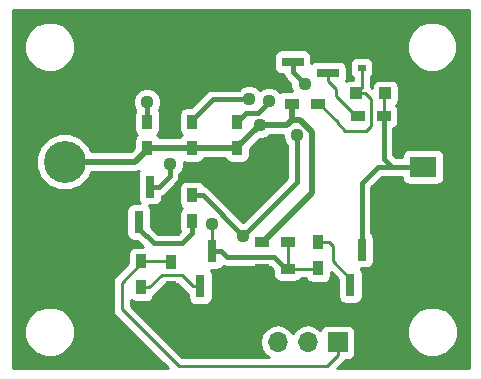
<source format=gtl>
G04 #@! TF.FileFunction,Copper,L1,Top,Signal*
%FSLAX46Y46*%
G04 Gerber Fmt 4.6, Leading zero omitted, Abs format (unit mm)*
G04 Created by KiCad (PCBNEW 4.0.7) date 02/24/18 20:28:21*
%MOMM*%
%LPD*%
G01*
G04 APERTURE LIST*
%ADD10C,0.100000*%
%ADD11R,0.900000X1.200000*%
%ADD12R,0.700000X0.600000*%
%ADD13R,1.000000X1.000000*%
%ADD14R,1.700000X1.700000*%
%ADD15O,1.700000X1.700000*%
%ADD16R,2.286000X1.778000*%
%ADD17C,3.556000*%
%ADD18R,1.200000X0.900000*%
%ADD19R,0.800000X1.900000*%
%ADD20R,1.900000X0.800000*%
%ADD21C,1.117600*%
%ADD22C,0.508000*%
%ADD23C,0.381000*%
%ADD24C,0.254000*%
G04 APERTURE END LIST*
D10*
D11*
X151257000Y-129921000D03*
X151257000Y-132121000D03*
D12*
X169926000Y-112138000D03*
X169926000Y-113538000D03*
D13*
X171938000Y-115697000D03*
X169438000Y-115697000D03*
D14*
X167894000Y-136779000D03*
D15*
X165354000Y-136779000D03*
X162814000Y-136779000D03*
D16*
X175133000Y-124460000D03*
X175133000Y-121920000D03*
D17*
X144780000Y-126619000D03*
X144780000Y-121488200D03*
D11*
X153797000Y-129964000D03*
X153797000Y-132164000D03*
D18*
X161460000Y-128270000D03*
X163660000Y-128270000D03*
X163660000Y-130556000D03*
X161460000Y-130556000D03*
D11*
X166243000Y-130513000D03*
X166243000Y-128313000D03*
D18*
X166200000Y-116586000D03*
X164000000Y-116586000D03*
D11*
X151765000Y-118110000D03*
X151765000Y-120310000D03*
X155575000Y-118110000D03*
X155575000Y-120310000D03*
X155575000Y-126533000D03*
X155575000Y-124333000D03*
X159385000Y-118110000D03*
X159385000Y-120310000D03*
D18*
X169588000Y-117602000D03*
X171788000Y-117602000D03*
D19*
X151069000Y-126595000D03*
X152969000Y-126595000D03*
X152019000Y-123595000D03*
D20*
X167084000Y-113980000D03*
X167084000Y-112080000D03*
X164084000Y-113030000D03*
D19*
X156276000Y-132032000D03*
X158176000Y-132032000D03*
X157226000Y-129032000D03*
X168976000Y-131929000D03*
X170876000Y-131929000D03*
X169926000Y-128929000D03*
D21*
X161290000Y-118364000D03*
X153924000Y-124587000D03*
X157226000Y-126746000D03*
X159893000Y-127762000D03*
X164465000Y-119253000D03*
X151765000Y-116459000D03*
X153670000Y-121666000D03*
X160401000Y-116205000D03*
X165100000Y-114935000D03*
X162052000Y-116332000D03*
D22*
X161460000Y-128270000D02*
X161610000Y-128270000D01*
X161610000Y-128270000D02*
X165735000Y-124145000D01*
X164730866Y-117940000D02*
X164000000Y-117940000D01*
X165735000Y-124145000D02*
X165735000Y-118944134D01*
X165735000Y-118944134D02*
X164730866Y-117940000D01*
X163576000Y-118364000D02*
X164000000Y-117940000D01*
X164000000Y-117940000D02*
X164000000Y-116586000D01*
X161290000Y-118364000D02*
X163576000Y-118364000D01*
X159385000Y-120310000D02*
X159385000Y-120269000D01*
X159385000Y-120269000D02*
X161290000Y-118364000D01*
X156845000Y-120310000D02*
X159385000Y-120310000D01*
X155575000Y-120310000D02*
X156845000Y-120310000D01*
X151765000Y-120310000D02*
X155575000Y-120310000D01*
X144780000Y-121488200D02*
X150736800Y-121488200D01*
X150736800Y-121488200D02*
X151765000Y-120460000D01*
X151765000Y-120460000D02*
X151765000Y-120310000D01*
D23*
X152969000Y-126595000D02*
X152969000Y-125542000D01*
X152969000Y-125542000D02*
X153924000Y-124587000D01*
X152969000Y-126595000D02*
X152969000Y-125034000D01*
D24*
X169438000Y-115697000D02*
X170205400Y-115697000D01*
X166350000Y-116586000D02*
X166200000Y-116586000D01*
X170205400Y-115697000D02*
X170688000Y-116179600D01*
X170281600Y-118872000D02*
X168554400Y-118872000D01*
X170688000Y-116179600D02*
X170688000Y-118465600D01*
X170688000Y-118465600D02*
X170281600Y-118872000D01*
X168554400Y-118872000D02*
X167894000Y-118211600D01*
X167894000Y-118211600D02*
X167894000Y-118130000D01*
X167894000Y-118130000D02*
X166350000Y-116586000D01*
X169926000Y-113538000D02*
X169926000Y-115209000D01*
X169926000Y-115209000D02*
X169438000Y-115697000D01*
X151257000Y-129921000D02*
X153754000Y-129921000D01*
X153754000Y-129921000D02*
X153797000Y-129964000D01*
X149606000Y-133985000D02*
X149606000Y-131722000D01*
X149606000Y-131722000D02*
X151257000Y-130071000D01*
X151257000Y-130071000D02*
X151257000Y-129921000D01*
X154432000Y-138811000D02*
X149606000Y-133985000D01*
X166966000Y-138811000D02*
X154432000Y-138811000D01*
X167894000Y-136779000D02*
X167894000Y-137883000D01*
X167894000Y-137883000D02*
X166966000Y-138811000D01*
X157226000Y-126746000D02*
X157226000Y-129032000D01*
D23*
X162494000Y-129540000D02*
X158515000Y-129540000D01*
X158515000Y-129540000D02*
X158007000Y-129032000D01*
X158007000Y-129032000D02*
X157226000Y-129032000D01*
X163510000Y-130556000D02*
X162494000Y-129540000D01*
D24*
X157353000Y-128905000D02*
X157226000Y-129032000D01*
X163660000Y-130556000D02*
X166200000Y-130556000D01*
X166200000Y-130556000D02*
X166243000Y-130513000D01*
X163660000Y-130556000D02*
X163660000Y-128270000D01*
X157226000Y-129032000D02*
X157880000Y-129032000D01*
X163510000Y-130556000D02*
X163660000Y-130556000D01*
X163660000Y-128270000D02*
X163810000Y-128270000D01*
D23*
X155575000Y-127508000D02*
X155575000Y-126533000D01*
X154686000Y-128397000D02*
X155575000Y-127508000D01*
X152321000Y-128397000D02*
X154686000Y-128397000D01*
X151069000Y-126595000D02*
X151069000Y-127145000D01*
X151069000Y-127145000D02*
X152321000Y-128397000D01*
D24*
X167767000Y-115317000D02*
X167767000Y-115931000D01*
X167767000Y-115931000D02*
X169438000Y-117602000D01*
X169438000Y-117602000D02*
X169588000Y-117602000D01*
X167767000Y-115317000D02*
X167084000Y-114634000D01*
X167084000Y-114634000D02*
X167084000Y-113980000D01*
D23*
X164465000Y-122936000D02*
X164465000Y-122428000D01*
X164465000Y-122428000D02*
X164465000Y-119253000D01*
X159893000Y-127762000D02*
X164465000Y-123190000D01*
X164465000Y-123190000D02*
X164465000Y-122428000D01*
X155575000Y-124333000D02*
X156464000Y-124333000D01*
X156464000Y-124333000D02*
X159893000Y-127762000D01*
X169926000Y-128929000D02*
X169926000Y-123317000D01*
X169926000Y-123317000D02*
X171323000Y-121920000D01*
X171323000Y-121920000D02*
X172466000Y-121920000D01*
X175133000Y-121920000D02*
X172466000Y-121920000D01*
D22*
X174879000Y-121920000D02*
X175133000Y-121920000D01*
D23*
X175514000Y-121920000D02*
X175260000Y-121920000D01*
X171788000Y-121242000D02*
X171788000Y-117602000D01*
X175514000Y-121920000D02*
X172466000Y-121920000D01*
X172466000Y-121920000D02*
X171788000Y-121242000D01*
D24*
X171788000Y-117602000D02*
X171788000Y-115847000D01*
X171788000Y-115847000D02*
X171938000Y-115697000D01*
D23*
X151765000Y-118110000D02*
X151765000Y-116459000D01*
X151765000Y-118110000D02*
X151765000Y-117960000D01*
X152019000Y-123595000D02*
X152800000Y-123595000D01*
X153670000Y-122725000D02*
X153670000Y-121666000D01*
X152800000Y-123595000D02*
X153670000Y-122725000D01*
X157330000Y-116205000D02*
X160401000Y-116205000D01*
X155575000Y-118110000D02*
X155575000Y-117960000D01*
X155575000Y-117960000D02*
X157330000Y-116205000D01*
X164084000Y-113030000D02*
X164084000Y-113919000D01*
X164084000Y-113919000D02*
X165100000Y-114935000D01*
X161150301Y-117360699D02*
X162052000Y-116459000D01*
X162052000Y-116459000D02*
X162052000Y-116332000D01*
X159385000Y-118110000D02*
X160134301Y-117360699D01*
X160134301Y-117360699D02*
X161150301Y-117360699D01*
D24*
X154686000Y-131064000D02*
X154686000Y-131096000D01*
X154686000Y-131096000D02*
X155622000Y-132032000D01*
X155622000Y-132032000D02*
X156276000Y-132032000D01*
X153018000Y-131064000D02*
X154686000Y-131064000D01*
X151257000Y-132121000D02*
X151961000Y-132121000D01*
X151961000Y-132121000D02*
X153018000Y-131064000D01*
X156276000Y-132032000D02*
X156276000Y-132582000D01*
X168976000Y-131929000D02*
X168976000Y-131379000D01*
X167513000Y-128651000D02*
X167175000Y-128313000D01*
X168976000Y-131379000D02*
X167513000Y-129916000D01*
X167513000Y-129916000D02*
X167513000Y-128651000D01*
X167175000Y-128313000D02*
X166243000Y-128313000D01*
G36*
X178990000Y-138990000D02*
X167864630Y-138990000D01*
X168432815Y-138421815D01*
X168529952Y-138276440D01*
X168744000Y-138276440D01*
X168979317Y-138232162D01*
X169195441Y-138093090D01*
X169340431Y-137880890D01*
X169391440Y-137629000D01*
X169391440Y-136312815D01*
X173785030Y-136312815D01*
X174109380Y-137097800D01*
X174709441Y-137698909D01*
X175493859Y-138024628D01*
X176343215Y-138025370D01*
X177128200Y-137701020D01*
X177729309Y-137100959D01*
X178055028Y-136316541D01*
X178055770Y-135467185D01*
X177731420Y-134682200D01*
X177131359Y-134081091D01*
X176346941Y-133755372D01*
X175497585Y-133754630D01*
X174712600Y-134078980D01*
X174111491Y-134679041D01*
X173785772Y-135463459D01*
X173785030Y-136312815D01*
X169391440Y-136312815D01*
X169391440Y-135929000D01*
X169347162Y-135693683D01*
X169208090Y-135477559D01*
X168995890Y-135332569D01*
X168744000Y-135281560D01*
X167044000Y-135281560D01*
X166808683Y-135325838D01*
X166592559Y-135464910D01*
X166447569Y-135677110D01*
X166433914Y-135744541D01*
X166404054Y-135699853D01*
X165922285Y-135377946D01*
X165354000Y-135264907D01*
X164785715Y-135377946D01*
X164303946Y-135699853D01*
X164084000Y-136029026D01*
X163864054Y-135699853D01*
X163382285Y-135377946D01*
X162814000Y-135264907D01*
X162245715Y-135377946D01*
X161763946Y-135699853D01*
X161442039Y-136181622D01*
X161329000Y-136749907D01*
X161329000Y-136808093D01*
X161442039Y-137376378D01*
X161763946Y-137858147D01*
X162049578Y-138049000D01*
X154747631Y-138049000D01*
X150368000Y-133669370D01*
X150368000Y-133189584D01*
X150555110Y-133317431D01*
X150807000Y-133368440D01*
X151707000Y-133368440D01*
X151942317Y-133324162D01*
X152158441Y-133185090D01*
X152303431Y-132972890D01*
X152346020Y-132762578D01*
X152499815Y-132659815D01*
X153333631Y-131826000D01*
X154338370Y-131826000D01*
X155083185Y-132570815D01*
X155228560Y-132667952D01*
X155228560Y-132982000D01*
X155272838Y-133217317D01*
X155411910Y-133433441D01*
X155624110Y-133578431D01*
X155876000Y-133629440D01*
X156676000Y-133629440D01*
X156911317Y-133585162D01*
X157127441Y-133446090D01*
X157272431Y-133233890D01*
X157323440Y-132982000D01*
X157323440Y-131082000D01*
X157279162Y-130846683D01*
X157140090Y-130630559D01*
X157138452Y-130629440D01*
X157626000Y-130629440D01*
X157861317Y-130585162D01*
X158077441Y-130446090D01*
X158182855Y-130291812D01*
X158199095Y-130302663D01*
X158515000Y-130365500D01*
X162152066Y-130365500D01*
X162412560Y-130625994D01*
X162412560Y-131006000D01*
X162456838Y-131241317D01*
X162595910Y-131457441D01*
X162808110Y-131602431D01*
X163060000Y-131653440D01*
X164260000Y-131653440D01*
X164495317Y-131609162D01*
X164711441Y-131470090D01*
X164815360Y-131318000D01*
X165184133Y-131318000D01*
X165189838Y-131348317D01*
X165328910Y-131564441D01*
X165541110Y-131709431D01*
X165793000Y-131760440D01*
X166693000Y-131760440D01*
X166928317Y-131716162D01*
X167144441Y-131577090D01*
X167289431Y-131364890D01*
X167340440Y-131113000D01*
X167340440Y-130821070D01*
X167928560Y-131409191D01*
X167928560Y-132879000D01*
X167972838Y-133114317D01*
X168111910Y-133330441D01*
X168324110Y-133475431D01*
X168576000Y-133526440D01*
X169376000Y-133526440D01*
X169611317Y-133482162D01*
X169827441Y-133343090D01*
X169972431Y-133130890D01*
X170023440Y-132879000D01*
X170023440Y-130979000D01*
X169979162Y-130743683D01*
X169840090Y-130527559D01*
X169838452Y-130526440D01*
X170326000Y-130526440D01*
X170561317Y-130482162D01*
X170777441Y-130343090D01*
X170922431Y-130130890D01*
X170973440Y-129879000D01*
X170973440Y-127979000D01*
X170929162Y-127743683D01*
X170790090Y-127527559D01*
X170751500Y-127501192D01*
X170751500Y-123658934D01*
X171664933Y-122745500D01*
X172465995Y-122745500D01*
X172466000Y-122745501D01*
X172466005Y-122745500D01*
X173342560Y-122745500D01*
X173342560Y-122809000D01*
X173386838Y-123044317D01*
X173525910Y-123260441D01*
X173738110Y-123405431D01*
X173990000Y-123456440D01*
X176276000Y-123456440D01*
X176511317Y-123412162D01*
X176727441Y-123273090D01*
X176872431Y-123060890D01*
X176923440Y-122809000D01*
X176923440Y-121031000D01*
X176879162Y-120795683D01*
X176740090Y-120579559D01*
X176527890Y-120434569D01*
X176276000Y-120383560D01*
X173990000Y-120383560D01*
X173754683Y-120427838D01*
X173538559Y-120566910D01*
X173393569Y-120779110D01*
X173342560Y-121031000D01*
X173342560Y-121094500D01*
X172807934Y-121094500D01*
X172613500Y-120900066D01*
X172613500Y-118657009D01*
X172623317Y-118655162D01*
X172839441Y-118516090D01*
X172984431Y-118303890D01*
X173035440Y-118052000D01*
X173035440Y-117152000D01*
X172991162Y-116916683D01*
X172852090Y-116700559D01*
X172840457Y-116692610D01*
X172889441Y-116661090D01*
X173034431Y-116448890D01*
X173085440Y-116197000D01*
X173085440Y-115197000D01*
X173041162Y-114961683D01*
X172902090Y-114745559D01*
X172689890Y-114600569D01*
X172438000Y-114549560D01*
X171438000Y-114549560D01*
X171202683Y-114593838D01*
X170986559Y-114732910D01*
X170841569Y-114945110D01*
X170790560Y-115197000D01*
X170790560Y-115204530D01*
X170744215Y-115158185D01*
X170688000Y-115120623D01*
X170688000Y-114327470D01*
X170727441Y-114302090D01*
X170872431Y-114089890D01*
X170923440Y-113838000D01*
X170923440Y-113238000D01*
X170879162Y-113002683D01*
X170740090Y-112786559D01*
X170527890Y-112641569D01*
X170276000Y-112590560D01*
X169576000Y-112590560D01*
X169340683Y-112634838D01*
X169124559Y-112773910D01*
X168979569Y-112986110D01*
X168928560Y-113238000D01*
X168928560Y-113838000D01*
X168972838Y-114073317D01*
X169111910Y-114289441D01*
X169164000Y-114325033D01*
X169164000Y-114549560D01*
X168938000Y-114549560D01*
X168702683Y-114593838D01*
X168620138Y-114646954D01*
X168630431Y-114631890D01*
X168681440Y-114380000D01*
X168681440Y-113580000D01*
X168637162Y-113344683D01*
X168498090Y-113128559D01*
X168285890Y-112983569D01*
X168034000Y-112932560D01*
X166134000Y-112932560D01*
X165898683Y-112976838D01*
X165682559Y-113115910D01*
X165681440Y-113117548D01*
X165681440Y-112630000D01*
X165637162Y-112394683D01*
X165500829Y-112182815D01*
X173759630Y-112182815D01*
X174083980Y-112967800D01*
X174684041Y-113568909D01*
X175468459Y-113894628D01*
X176317815Y-113895370D01*
X177102800Y-113571020D01*
X177703909Y-112970959D01*
X178029628Y-112186541D01*
X178030370Y-111337185D01*
X177706020Y-110552200D01*
X177105959Y-109951091D01*
X176321541Y-109625372D01*
X175472185Y-109624630D01*
X174687200Y-109948980D01*
X174086091Y-110549041D01*
X173760372Y-111333459D01*
X173759630Y-112182815D01*
X165500829Y-112182815D01*
X165498090Y-112178559D01*
X165285890Y-112033569D01*
X165034000Y-111982560D01*
X163134000Y-111982560D01*
X162898683Y-112026838D01*
X162682559Y-112165910D01*
X162537569Y-112378110D01*
X162486560Y-112630000D01*
X162486560Y-113430000D01*
X162530838Y-113665317D01*
X162669910Y-113881441D01*
X162882110Y-114026431D01*
X163134000Y-114077440D01*
X163290015Y-114077440D01*
X163321337Y-114234906D01*
X163500283Y-114502717D01*
X163906223Y-114908657D01*
X163905993Y-115171420D01*
X164037032Y-115488560D01*
X163400000Y-115488560D01*
X163164683Y-115532838D01*
X163028517Y-115620459D01*
X162729116Y-115320536D01*
X162290503Y-115138408D01*
X161815580Y-115137993D01*
X161376650Y-115319355D01*
X161290032Y-115405822D01*
X161078116Y-115193536D01*
X160639503Y-115011408D01*
X160164580Y-115010993D01*
X159725650Y-115192355D01*
X159538179Y-115379500D01*
X157330005Y-115379500D01*
X157330000Y-115379499D01*
X157014095Y-115442337D01*
X156746283Y-115621283D01*
X155505006Y-116862560D01*
X155125000Y-116862560D01*
X154889683Y-116906838D01*
X154673559Y-117045910D01*
X154528569Y-117258110D01*
X154477560Y-117510000D01*
X154477560Y-118710000D01*
X154521838Y-118945317D01*
X154660910Y-119161441D01*
X154730711Y-119209134D01*
X154673559Y-119245910D01*
X154553925Y-119421000D01*
X152783618Y-119421000D01*
X152679090Y-119258559D01*
X152609289Y-119210866D01*
X152666441Y-119174090D01*
X152811431Y-118961890D01*
X152862440Y-118710000D01*
X152862440Y-117510000D01*
X152818162Y-117274683D01*
X152747562Y-117164968D01*
X152776464Y-117136116D01*
X152958592Y-116697503D01*
X152959007Y-116222580D01*
X152777645Y-115783650D01*
X152442116Y-115447536D01*
X152003503Y-115265408D01*
X151528580Y-115264993D01*
X151089650Y-115446355D01*
X150753536Y-115781884D01*
X150571408Y-116220497D01*
X150570993Y-116695420D01*
X150752355Y-117134350D01*
X150782498Y-117164546D01*
X150718569Y-117258110D01*
X150667560Y-117510000D01*
X150667560Y-118710000D01*
X150711838Y-118945317D01*
X150850910Y-119161441D01*
X150920711Y-119209134D01*
X150863559Y-119245910D01*
X150718569Y-119458110D01*
X150667560Y-119710000D01*
X150667560Y-120300204D01*
X150368564Y-120599200D01*
X147023542Y-120599200D01*
X146826834Y-120123131D01*
X146148639Y-119443751D01*
X145262081Y-119075620D01*
X144302130Y-119074783D01*
X143414931Y-119441366D01*
X142735551Y-120119561D01*
X142367420Y-121006119D01*
X142366583Y-121966070D01*
X142733166Y-122853269D01*
X143411361Y-123532649D01*
X144297919Y-123900780D01*
X145257870Y-123901617D01*
X146145069Y-123535034D01*
X146824449Y-122856839D01*
X147023612Y-122377200D01*
X150736800Y-122377200D01*
X151077006Y-122309529D01*
X151081922Y-122306244D01*
X151022569Y-122393110D01*
X150971560Y-122645000D01*
X150971560Y-124545000D01*
X151015838Y-124780317D01*
X151154910Y-124996441D01*
X151156548Y-124997560D01*
X150669000Y-124997560D01*
X150433683Y-125041838D01*
X150217559Y-125180910D01*
X150072569Y-125393110D01*
X150021560Y-125645000D01*
X150021560Y-127545000D01*
X150065838Y-127780317D01*
X150204910Y-127996441D01*
X150417110Y-128141431D01*
X150669000Y-128192440D01*
X150949006Y-128192440D01*
X151430127Y-128673560D01*
X150807000Y-128673560D01*
X150571683Y-128717838D01*
X150355559Y-128856910D01*
X150210569Y-129069110D01*
X150159560Y-129321000D01*
X150159560Y-130090809D01*
X149067185Y-131183185D01*
X148902004Y-131430395D01*
X148844000Y-131722000D01*
X148844000Y-133985000D01*
X148902004Y-134276605D01*
X149067185Y-134523815D01*
X153533369Y-138990000D01*
X140410000Y-138990000D01*
X140410000Y-136312815D01*
X141374630Y-136312815D01*
X141698980Y-137097800D01*
X142299041Y-137698909D01*
X143083459Y-138024628D01*
X143932815Y-138025370D01*
X144717800Y-137701020D01*
X145318909Y-137100959D01*
X145644628Y-136316541D01*
X145645370Y-135467185D01*
X145321020Y-134682200D01*
X144720959Y-134081091D01*
X143936541Y-133755372D01*
X143087185Y-133754630D01*
X142302200Y-134078980D01*
X141701091Y-134679041D01*
X141375372Y-135463459D01*
X141374630Y-136312815D01*
X140410000Y-136312815D01*
X140410000Y-112182815D01*
X141374630Y-112182815D01*
X141698980Y-112967800D01*
X142299041Y-113568909D01*
X143083459Y-113894628D01*
X143932815Y-113895370D01*
X144717800Y-113571020D01*
X145318909Y-112970959D01*
X145644628Y-112186541D01*
X145645370Y-111337185D01*
X145321020Y-110552200D01*
X144720959Y-109951091D01*
X143936541Y-109625372D01*
X143087185Y-109624630D01*
X142302200Y-109948980D01*
X141701091Y-110549041D01*
X141375372Y-111333459D01*
X141374630Y-112182815D01*
X140410000Y-112182815D01*
X140410000Y-108660000D01*
X178990000Y-108660000D01*
X178990000Y-138990000D01*
X178990000Y-138990000D01*
G37*
X178990000Y-138990000D02*
X167864630Y-138990000D01*
X168432815Y-138421815D01*
X168529952Y-138276440D01*
X168744000Y-138276440D01*
X168979317Y-138232162D01*
X169195441Y-138093090D01*
X169340431Y-137880890D01*
X169391440Y-137629000D01*
X169391440Y-136312815D01*
X173785030Y-136312815D01*
X174109380Y-137097800D01*
X174709441Y-137698909D01*
X175493859Y-138024628D01*
X176343215Y-138025370D01*
X177128200Y-137701020D01*
X177729309Y-137100959D01*
X178055028Y-136316541D01*
X178055770Y-135467185D01*
X177731420Y-134682200D01*
X177131359Y-134081091D01*
X176346941Y-133755372D01*
X175497585Y-133754630D01*
X174712600Y-134078980D01*
X174111491Y-134679041D01*
X173785772Y-135463459D01*
X173785030Y-136312815D01*
X169391440Y-136312815D01*
X169391440Y-135929000D01*
X169347162Y-135693683D01*
X169208090Y-135477559D01*
X168995890Y-135332569D01*
X168744000Y-135281560D01*
X167044000Y-135281560D01*
X166808683Y-135325838D01*
X166592559Y-135464910D01*
X166447569Y-135677110D01*
X166433914Y-135744541D01*
X166404054Y-135699853D01*
X165922285Y-135377946D01*
X165354000Y-135264907D01*
X164785715Y-135377946D01*
X164303946Y-135699853D01*
X164084000Y-136029026D01*
X163864054Y-135699853D01*
X163382285Y-135377946D01*
X162814000Y-135264907D01*
X162245715Y-135377946D01*
X161763946Y-135699853D01*
X161442039Y-136181622D01*
X161329000Y-136749907D01*
X161329000Y-136808093D01*
X161442039Y-137376378D01*
X161763946Y-137858147D01*
X162049578Y-138049000D01*
X154747631Y-138049000D01*
X150368000Y-133669370D01*
X150368000Y-133189584D01*
X150555110Y-133317431D01*
X150807000Y-133368440D01*
X151707000Y-133368440D01*
X151942317Y-133324162D01*
X152158441Y-133185090D01*
X152303431Y-132972890D01*
X152346020Y-132762578D01*
X152499815Y-132659815D01*
X153333631Y-131826000D01*
X154338370Y-131826000D01*
X155083185Y-132570815D01*
X155228560Y-132667952D01*
X155228560Y-132982000D01*
X155272838Y-133217317D01*
X155411910Y-133433441D01*
X155624110Y-133578431D01*
X155876000Y-133629440D01*
X156676000Y-133629440D01*
X156911317Y-133585162D01*
X157127441Y-133446090D01*
X157272431Y-133233890D01*
X157323440Y-132982000D01*
X157323440Y-131082000D01*
X157279162Y-130846683D01*
X157140090Y-130630559D01*
X157138452Y-130629440D01*
X157626000Y-130629440D01*
X157861317Y-130585162D01*
X158077441Y-130446090D01*
X158182855Y-130291812D01*
X158199095Y-130302663D01*
X158515000Y-130365500D01*
X162152066Y-130365500D01*
X162412560Y-130625994D01*
X162412560Y-131006000D01*
X162456838Y-131241317D01*
X162595910Y-131457441D01*
X162808110Y-131602431D01*
X163060000Y-131653440D01*
X164260000Y-131653440D01*
X164495317Y-131609162D01*
X164711441Y-131470090D01*
X164815360Y-131318000D01*
X165184133Y-131318000D01*
X165189838Y-131348317D01*
X165328910Y-131564441D01*
X165541110Y-131709431D01*
X165793000Y-131760440D01*
X166693000Y-131760440D01*
X166928317Y-131716162D01*
X167144441Y-131577090D01*
X167289431Y-131364890D01*
X167340440Y-131113000D01*
X167340440Y-130821070D01*
X167928560Y-131409191D01*
X167928560Y-132879000D01*
X167972838Y-133114317D01*
X168111910Y-133330441D01*
X168324110Y-133475431D01*
X168576000Y-133526440D01*
X169376000Y-133526440D01*
X169611317Y-133482162D01*
X169827441Y-133343090D01*
X169972431Y-133130890D01*
X170023440Y-132879000D01*
X170023440Y-130979000D01*
X169979162Y-130743683D01*
X169840090Y-130527559D01*
X169838452Y-130526440D01*
X170326000Y-130526440D01*
X170561317Y-130482162D01*
X170777441Y-130343090D01*
X170922431Y-130130890D01*
X170973440Y-129879000D01*
X170973440Y-127979000D01*
X170929162Y-127743683D01*
X170790090Y-127527559D01*
X170751500Y-127501192D01*
X170751500Y-123658934D01*
X171664933Y-122745500D01*
X172465995Y-122745500D01*
X172466000Y-122745501D01*
X172466005Y-122745500D01*
X173342560Y-122745500D01*
X173342560Y-122809000D01*
X173386838Y-123044317D01*
X173525910Y-123260441D01*
X173738110Y-123405431D01*
X173990000Y-123456440D01*
X176276000Y-123456440D01*
X176511317Y-123412162D01*
X176727441Y-123273090D01*
X176872431Y-123060890D01*
X176923440Y-122809000D01*
X176923440Y-121031000D01*
X176879162Y-120795683D01*
X176740090Y-120579559D01*
X176527890Y-120434569D01*
X176276000Y-120383560D01*
X173990000Y-120383560D01*
X173754683Y-120427838D01*
X173538559Y-120566910D01*
X173393569Y-120779110D01*
X173342560Y-121031000D01*
X173342560Y-121094500D01*
X172807934Y-121094500D01*
X172613500Y-120900066D01*
X172613500Y-118657009D01*
X172623317Y-118655162D01*
X172839441Y-118516090D01*
X172984431Y-118303890D01*
X173035440Y-118052000D01*
X173035440Y-117152000D01*
X172991162Y-116916683D01*
X172852090Y-116700559D01*
X172840457Y-116692610D01*
X172889441Y-116661090D01*
X173034431Y-116448890D01*
X173085440Y-116197000D01*
X173085440Y-115197000D01*
X173041162Y-114961683D01*
X172902090Y-114745559D01*
X172689890Y-114600569D01*
X172438000Y-114549560D01*
X171438000Y-114549560D01*
X171202683Y-114593838D01*
X170986559Y-114732910D01*
X170841569Y-114945110D01*
X170790560Y-115197000D01*
X170790560Y-115204530D01*
X170744215Y-115158185D01*
X170688000Y-115120623D01*
X170688000Y-114327470D01*
X170727441Y-114302090D01*
X170872431Y-114089890D01*
X170923440Y-113838000D01*
X170923440Y-113238000D01*
X170879162Y-113002683D01*
X170740090Y-112786559D01*
X170527890Y-112641569D01*
X170276000Y-112590560D01*
X169576000Y-112590560D01*
X169340683Y-112634838D01*
X169124559Y-112773910D01*
X168979569Y-112986110D01*
X168928560Y-113238000D01*
X168928560Y-113838000D01*
X168972838Y-114073317D01*
X169111910Y-114289441D01*
X169164000Y-114325033D01*
X169164000Y-114549560D01*
X168938000Y-114549560D01*
X168702683Y-114593838D01*
X168620138Y-114646954D01*
X168630431Y-114631890D01*
X168681440Y-114380000D01*
X168681440Y-113580000D01*
X168637162Y-113344683D01*
X168498090Y-113128559D01*
X168285890Y-112983569D01*
X168034000Y-112932560D01*
X166134000Y-112932560D01*
X165898683Y-112976838D01*
X165682559Y-113115910D01*
X165681440Y-113117548D01*
X165681440Y-112630000D01*
X165637162Y-112394683D01*
X165500829Y-112182815D01*
X173759630Y-112182815D01*
X174083980Y-112967800D01*
X174684041Y-113568909D01*
X175468459Y-113894628D01*
X176317815Y-113895370D01*
X177102800Y-113571020D01*
X177703909Y-112970959D01*
X178029628Y-112186541D01*
X178030370Y-111337185D01*
X177706020Y-110552200D01*
X177105959Y-109951091D01*
X176321541Y-109625372D01*
X175472185Y-109624630D01*
X174687200Y-109948980D01*
X174086091Y-110549041D01*
X173760372Y-111333459D01*
X173759630Y-112182815D01*
X165500829Y-112182815D01*
X165498090Y-112178559D01*
X165285890Y-112033569D01*
X165034000Y-111982560D01*
X163134000Y-111982560D01*
X162898683Y-112026838D01*
X162682559Y-112165910D01*
X162537569Y-112378110D01*
X162486560Y-112630000D01*
X162486560Y-113430000D01*
X162530838Y-113665317D01*
X162669910Y-113881441D01*
X162882110Y-114026431D01*
X163134000Y-114077440D01*
X163290015Y-114077440D01*
X163321337Y-114234906D01*
X163500283Y-114502717D01*
X163906223Y-114908657D01*
X163905993Y-115171420D01*
X164037032Y-115488560D01*
X163400000Y-115488560D01*
X163164683Y-115532838D01*
X163028517Y-115620459D01*
X162729116Y-115320536D01*
X162290503Y-115138408D01*
X161815580Y-115137993D01*
X161376650Y-115319355D01*
X161290032Y-115405822D01*
X161078116Y-115193536D01*
X160639503Y-115011408D01*
X160164580Y-115010993D01*
X159725650Y-115192355D01*
X159538179Y-115379500D01*
X157330005Y-115379500D01*
X157330000Y-115379499D01*
X157014095Y-115442337D01*
X156746283Y-115621283D01*
X155505006Y-116862560D01*
X155125000Y-116862560D01*
X154889683Y-116906838D01*
X154673559Y-117045910D01*
X154528569Y-117258110D01*
X154477560Y-117510000D01*
X154477560Y-118710000D01*
X154521838Y-118945317D01*
X154660910Y-119161441D01*
X154730711Y-119209134D01*
X154673559Y-119245910D01*
X154553925Y-119421000D01*
X152783618Y-119421000D01*
X152679090Y-119258559D01*
X152609289Y-119210866D01*
X152666441Y-119174090D01*
X152811431Y-118961890D01*
X152862440Y-118710000D01*
X152862440Y-117510000D01*
X152818162Y-117274683D01*
X152747562Y-117164968D01*
X152776464Y-117136116D01*
X152958592Y-116697503D01*
X152959007Y-116222580D01*
X152777645Y-115783650D01*
X152442116Y-115447536D01*
X152003503Y-115265408D01*
X151528580Y-115264993D01*
X151089650Y-115446355D01*
X150753536Y-115781884D01*
X150571408Y-116220497D01*
X150570993Y-116695420D01*
X150752355Y-117134350D01*
X150782498Y-117164546D01*
X150718569Y-117258110D01*
X150667560Y-117510000D01*
X150667560Y-118710000D01*
X150711838Y-118945317D01*
X150850910Y-119161441D01*
X150920711Y-119209134D01*
X150863559Y-119245910D01*
X150718569Y-119458110D01*
X150667560Y-119710000D01*
X150667560Y-120300204D01*
X150368564Y-120599200D01*
X147023542Y-120599200D01*
X146826834Y-120123131D01*
X146148639Y-119443751D01*
X145262081Y-119075620D01*
X144302130Y-119074783D01*
X143414931Y-119441366D01*
X142735551Y-120119561D01*
X142367420Y-121006119D01*
X142366583Y-121966070D01*
X142733166Y-122853269D01*
X143411361Y-123532649D01*
X144297919Y-123900780D01*
X145257870Y-123901617D01*
X146145069Y-123535034D01*
X146824449Y-122856839D01*
X147023612Y-122377200D01*
X150736800Y-122377200D01*
X151077006Y-122309529D01*
X151081922Y-122306244D01*
X151022569Y-122393110D01*
X150971560Y-122645000D01*
X150971560Y-124545000D01*
X151015838Y-124780317D01*
X151154910Y-124996441D01*
X151156548Y-124997560D01*
X150669000Y-124997560D01*
X150433683Y-125041838D01*
X150217559Y-125180910D01*
X150072569Y-125393110D01*
X150021560Y-125645000D01*
X150021560Y-127545000D01*
X150065838Y-127780317D01*
X150204910Y-127996441D01*
X150417110Y-128141431D01*
X150669000Y-128192440D01*
X150949006Y-128192440D01*
X151430127Y-128673560D01*
X150807000Y-128673560D01*
X150571683Y-128717838D01*
X150355559Y-128856910D01*
X150210569Y-129069110D01*
X150159560Y-129321000D01*
X150159560Y-130090809D01*
X149067185Y-131183185D01*
X148902004Y-131430395D01*
X148844000Y-131722000D01*
X148844000Y-133985000D01*
X148902004Y-134276605D01*
X149067185Y-134523815D01*
X153533369Y-138990000D01*
X140410000Y-138990000D01*
X140410000Y-136312815D01*
X141374630Y-136312815D01*
X141698980Y-137097800D01*
X142299041Y-137698909D01*
X143083459Y-138024628D01*
X143932815Y-138025370D01*
X144717800Y-137701020D01*
X145318909Y-137100959D01*
X145644628Y-136316541D01*
X145645370Y-135467185D01*
X145321020Y-134682200D01*
X144720959Y-134081091D01*
X143936541Y-133755372D01*
X143087185Y-133754630D01*
X142302200Y-134078980D01*
X141701091Y-134679041D01*
X141375372Y-135463459D01*
X141374630Y-136312815D01*
X140410000Y-136312815D01*
X140410000Y-112182815D01*
X141374630Y-112182815D01*
X141698980Y-112967800D01*
X142299041Y-113568909D01*
X143083459Y-113894628D01*
X143932815Y-113895370D01*
X144717800Y-113571020D01*
X145318909Y-112970959D01*
X145644628Y-112186541D01*
X145645370Y-111337185D01*
X145321020Y-110552200D01*
X144720959Y-109951091D01*
X143936541Y-109625372D01*
X143087185Y-109624630D01*
X142302200Y-109948980D01*
X141701091Y-110549041D01*
X141375372Y-111333459D01*
X141374630Y-112182815D01*
X140410000Y-112182815D01*
X140410000Y-108660000D01*
X178990000Y-108660000D01*
X178990000Y-138990000D01*
G36*
X163270993Y-119489420D02*
X163452355Y-119928350D01*
X163639500Y-120115821D01*
X163639500Y-122848067D01*
X159919344Y-126568223D01*
X159866610Y-126568177D01*
X157047717Y-123749283D01*
X156779906Y-123570337D01*
X156636464Y-123541805D01*
X156628162Y-123497683D01*
X156489090Y-123281559D01*
X156276890Y-123136569D01*
X156025000Y-123085560D01*
X155125000Y-123085560D01*
X154889683Y-123129838D01*
X154673559Y-123268910D01*
X154528569Y-123481110D01*
X154477560Y-123733000D01*
X154477560Y-124933000D01*
X154521838Y-125168317D01*
X154660910Y-125384441D01*
X154730711Y-125432134D01*
X154673559Y-125468910D01*
X154528569Y-125681110D01*
X154477560Y-125933000D01*
X154477560Y-127133000D01*
X154521838Y-127368317D01*
X154531787Y-127383779D01*
X154344066Y-127571500D01*
X152662933Y-127571500D01*
X152116440Y-127025006D01*
X152116440Y-125645000D01*
X152072162Y-125409683D01*
X151933090Y-125193559D01*
X151931452Y-125192440D01*
X152419000Y-125192440D01*
X152654317Y-125148162D01*
X152870441Y-125009090D01*
X153015431Y-124796890D01*
X153066440Y-124545000D01*
X153066440Y-124367502D01*
X153115906Y-124357663D01*
X153383717Y-124178717D01*
X154253717Y-123308717D01*
X154432663Y-123040905D01*
X154495501Y-122725000D01*
X154495500Y-122724995D01*
X154495500Y-122528756D01*
X154681464Y-122343116D01*
X154863592Y-121904503D01*
X154863945Y-121500169D01*
X154873110Y-121506431D01*
X155125000Y-121557440D01*
X156025000Y-121557440D01*
X156260317Y-121513162D01*
X156476441Y-121374090D01*
X156596075Y-121199000D01*
X158366382Y-121199000D01*
X158470910Y-121361441D01*
X158683110Y-121506431D01*
X158935000Y-121557440D01*
X159835000Y-121557440D01*
X160070317Y-121513162D01*
X160286441Y-121374090D01*
X160431431Y-121161890D01*
X160482440Y-120910000D01*
X160482440Y-120428796D01*
X161353380Y-119557856D01*
X161526420Y-119558007D01*
X161965350Y-119376645D01*
X162089211Y-119253000D01*
X163271200Y-119253000D01*
X163270993Y-119489420D01*
X163270993Y-119489420D01*
G37*
X163270993Y-119489420D02*
X163452355Y-119928350D01*
X163639500Y-120115821D01*
X163639500Y-122848067D01*
X159919344Y-126568223D01*
X159866610Y-126568177D01*
X157047717Y-123749283D01*
X156779906Y-123570337D01*
X156636464Y-123541805D01*
X156628162Y-123497683D01*
X156489090Y-123281559D01*
X156276890Y-123136569D01*
X156025000Y-123085560D01*
X155125000Y-123085560D01*
X154889683Y-123129838D01*
X154673559Y-123268910D01*
X154528569Y-123481110D01*
X154477560Y-123733000D01*
X154477560Y-124933000D01*
X154521838Y-125168317D01*
X154660910Y-125384441D01*
X154730711Y-125432134D01*
X154673559Y-125468910D01*
X154528569Y-125681110D01*
X154477560Y-125933000D01*
X154477560Y-127133000D01*
X154521838Y-127368317D01*
X154531787Y-127383779D01*
X154344066Y-127571500D01*
X152662933Y-127571500D01*
X152116440Y-127025006D01*
X152116440Y-125645000D01*
X152072162Y-125409683D01*
X151933090Y-125193559D01*
X151931452Y-125192440D01*
X152419000Y-125192440D01*
X152654317Y-125148162D01*
X152870441Y-125009090D01*
X153015431Y-124796890D01*
X153066440Y-124545000D01*
X153066440Y-124367502D01*
X153115906Y-124357663D01*
X153383717Y-124178717D01*
X154253717Y-123308717D01*
X154432663Y-123040905D01*
X154495501Y-122725000D01*
X154495500Y-122724995D01*
X154495500Y-122528756D01*
X154681464Y-122343116D01*
X154863592Y-121904503D01*
X154863945Y-121500169D01*
X154873110Y-121506431D01*
X155125000Y-121557440D01*
X156025000Y-121557440D01*
X156260317Y-121513162D01*
X156476441Y-121374090D01*
X156596075Y-121199000D01*
X158366382Y-121199000D01*
X158470910Y-121361441D01*
X158683110Y-121506431D01*
X158935000Y-121557440D01*
X159835000Y-121557440D01*
X160070317Y-121513162D01*
X160286441Y-121374090D01*
X160431431Y-121161890D01*
X160482440Y-120910000D01*
X160482440Y-120428796D01*
X161353380Y-119557856D01*
X161526420Y-119558007D01*
X161965350Y-119376645D01*
X162089211Y-119253000D01*
X163271200Y-119253000D01*
X163270993Y-119489420D01*
M02*

</source>
